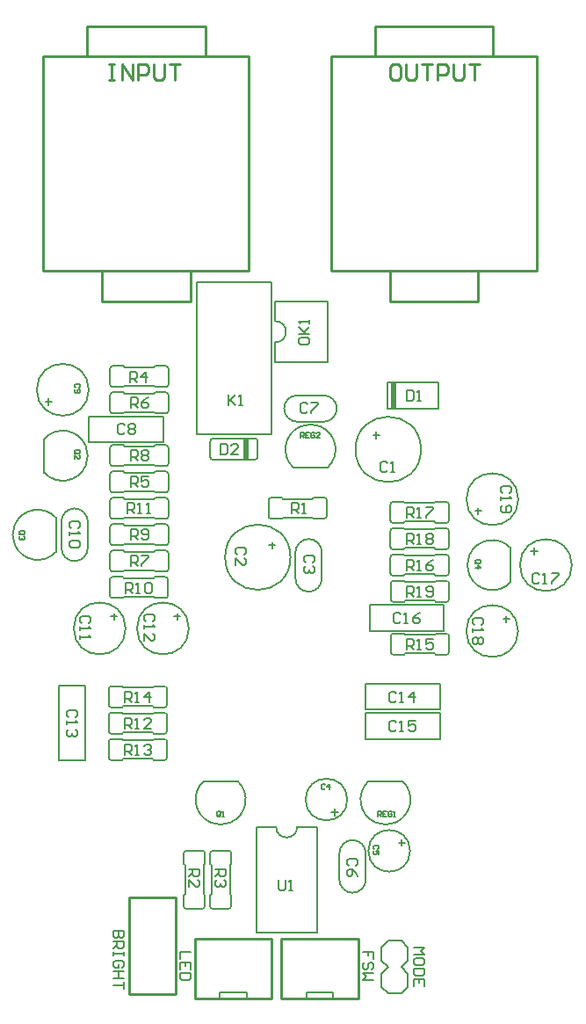
<source format=gto>
G04*
G04 #@! TF.GenerationSoftware,Altium Limited,Altium Designer,19.0.9 (268)*
G04*
G04 Layer_Color=65535*
%FSLAX25Y25*%
%MOIN*%
G70*
G01*
G75*
%ADD10C,0.00600*%
%ADD11C,0.01000*%
%ADD12C,0.00787*%
%ADD13C,0.00500*%
%ADD14C,0.00800*%
%ADD15R,0.02000X0.10000*%
%ADD16R,0.02000X0.08000*%
D10*
X75900Y35668D02*
G03*
X76900Y34668I1000J0D01*
G01*
X82900D02*
G03*
X83900Y35668I0J1000D01*
G01*
Y55794D02*
G03*
X82900Y56794I-1000J0D01*
G01*
X76900D02*
G03*
X75900Y55794I0J-1000D01*
G01*
X137955Y76100D02*
G03*
X137955Y76100I-7906J0D01*
G01*
X119011Y229400D02*
G03*
X114011Y224400I0J-5000D01*
G01*
D02*
G03*
X119011Y219400I5000J0D01*
G01*
X129011D02*
G03*
X134011Y224400I0J5000D01*
G01*
D02*
G03*
X129011Y229400I-5000J0D01*
G01*
X93900Y55794D02*
G03*
X92900Y56794I-1000J0D01*
G01*
X86900D02*
G03*
X85900Y55794I0J-1000D01*
G01*
Y35668D02*
G03*
X86900Y34668I1000J0D01*
G01*
X92900D02*
G03*
X93900Y35668I0J1000D01*
G01*
X202843Y190000D02*
G03*
X202843Y190000I-9843J0D01*
G01*
X184300Y161185D02*
G03*
X200000Y158579I8700J3816D01*
G01*
X184300Y168816D02*
G03*
X184300Y161184I8701J-3816D01*
G01*
X200000Y171421D02*
G03*
X184300Y168815I-7000J-6422D01*
G01*
X223154Y165000D02*
G03*
X223154Y165000I-9843J0D01*
G01*
X202775Y140000D02*
G03*
X202775Y140000I-9843J0D01*
G01*
X155339Y189000D02*
G03*
X154339Y188000I0J-1000D01*
G01*
Y182000D02*
G03*
X155339Y181000I1000J0D01*
G01*
X175465D02*
G03*
X176465Y182000I0J1000D01*
G01*
Y188000D02*
G03*
X175465Y189000I-1000J0D01*
G01*
X155337Y179000D02*
G03*
X154337Y178000I0J-1000D01*
G01*
Y172000D02*
G03*
X155337Y171000I1000J0D01*
G01*
X175463D02*
G03*
X176463Y172000I0J1000D01*
G01*
Y178000D02*
G03*
X175463Y179000I-1000J0D01*
G01*
X155339Y169000D02*
G03*
X154339Y168000I0J-1000D01*
G01*
Y162000D02*
G03*
X155339Y161000I1000J0D01*
G01*
X175465D02*
G03*
X176465Y162000I0J1000D01*
G01*
Y168000D02*
G03*
X175465Y169000I-1000J0D01*
G01*
X175563Y151000D02*
G03*
X176563Y152000I0J1000D01*
G01*
Y158000D02*
G03*
X175563Y159000I-1000J0D01*
G01*
X155437D02*
G03*
X154437Y158000I0J-1000D01*
G01*
Y152000D02*
G03*
X155437Y151000I1000J0D01*
G01*
X176563Y138000D02*
G03*
X175563Y139000I-1000J0D01*
G01*
Y131000D02*
G03*
X176563Y132000I0J1000D01*
G01*
X154437D02*
G03*
X155437Y131000I1000J0D01*
G01*
Y139000D02*
G03*
X154437Y138000I0J-1000D01*
G01*
X165902Y208875D02*
G03*
X165902Y208875I-12402J0D01*
G01*
X120174Y217596D02*
G03*
X117568Y201896I3816J-8700D01*
G01*
X127805Y217596D02*
G03*
X120173Y217596I-3816J-8701D01*
G01*
X130410Y201896D02*
G03*
X127804Y217596I-6422J7000D01*
G01*
X123292Y154902D02*
G03*
X128292Y159902I0J5000D01*
G01*
X118292D02*
G03*
X123292Y154902I5000J0D01*
G01*
Y174902D02*
G03*
X118292Y169902I0J-5000D01*
G01*
X128292D02*
G03*
X123292Y174902I-5000J0D01*
G01*
X109032Y190602D02*
G03*
X108032Y189602I0J-1000D01*
G01*
Y183602D02*
G03*
X109032Y182602I1000J0D01*
G01*
X129158D02*
G03*
X130158Y183602I0J1000D01*
G01*
Y189602D02*
G03*
X129158Y190602I-1000J0D01*
G01*
X116402Y167990D02*
G03*
X116402Y167990I-12402J0D01*
G01*
X11800Y172685D02*
G03*
X27500Y170079I8700J3816D01*
G01*
X11800Y180316D02*
G03*
X11800Y172684I8701J-3816D01*
G01*
X27500Y182921D02*
G03*
X11800Y180315I-7000J-6422D01*
G01*
X34500Y166500D02*
G03*
X39500Y171500I0J5000D01*
G01*
X29500D02*
G03*
X34500Y166500I5000J0D01*
G01*
Y186500D02*
G03*
X29500Y181500I0J-5000D01*
G01*
X39500D02*
G03*
X34500Y186500I-5000J0D01*
G01*
X39843Y231500D02*
G03*
X39843Y231500I-9843J0D01*
G01*
X38700Y210315D02*
G03*
X23000Y212921I-8700J-3816D01*
G01*
X38700Y202684D02*
G03*
X38700Y210316I-8701J3816D01*
G01*
X23000Y200079D02*
G03*
X38700Y202685I7000J6422D01*
G01*
X47937Y233500D02*
G03*
X48937Y232500I1000J0D01*
G01*
Y240500D02*
G03*
X47937Y239500I0J-1000D01*
G01*
X70063D02*
G03*
X69063Y240500I-1000J0D01*
G01*
Y232500D02*
G03*
X70063Y233500I0J1000D01*
G01*
X48937Y230500D02*
G03*
X47937Y229500I0J-1000D01*
G01*
Y223500D02*
G03*
X48937Y222500I1000J0D01*
G01*
X69063D02*
G03*
X70063Y223500I0J1000D01*
G01*
Y229500D02*
G03*
X69063Y230500I-1000J0D01*
G01*
Y202521D02*
G03*
X70063Y203521I0J1000D01*
G01*
Y209521D02*
G03*
X69063Y210521I-1000J0D01*
G01*
X48937D02*
G03*
X47937Y209521I0J-1000D01*
G01*
Y203521D02*
G03*
X48937Y202521I1000J0D01*
G01*
X47937Y193500D02*
G03*
X48937Y192500I1000J0D01*
G01*
Y200500D02*
G03*
X47937Y199500I0J-1000D01*
G01*
X70063D02*
G03*
X69063Y200500I-1000J0D01*
G01*
Y192500D02*
G03*
X70063Y193500I0J1000D01*
G01*
X69063Y182500D02*
G03*
X70063Y183500I0J1000D01*
G01*
Y189500D02*
G03*
X69063Y190500I-1000J0D01*
G01*
X48937D02*
G03*
X47937Y189500I0J-1000D01*
G01*
Y183500D02*
G03*
X48937Y182500I1000J0D01*
G01*
X69063Y172500D02*
G03*
X70063Y173500I0J1000D01*
G01*
Y179500D02*
G03*
X69063Y180500I-1000J0D01*
G01*
X48937D02*
G03*
X47937Y179500I0J-1000D01*
G01*
Y173500D02*
G03*
X48937Y172500I1000J0D01*
G01*
Y170500D02*
G03*
X47937Y169500I0J-1000D01*
G01*
Y163500D02*
G03*
X48937Y162500I1000J0D01*
G01*
X69063D02*
G03*
X70063Y163500I0J1000D01*
G01*
Y169500D02*
G03*
X69063Y170500I-1000J0D01*
G01*
X48837Y160500D02*
G03*
X47837Y159500I0J-1000D01*
G01*
Y153500D02*
G03*
X48837Y152500I1000J0D01*
G01*
X68963D02*
G03*
X69963Y153500I0J1000D01*
G01*
Y159500D02*
G03*
X68963Y160500I-1000J0D01*
G01*
X77843Y141000D02*
G03*
X77843Y141000I-9843J0D01*
G01*
X53843D02*
G03*
X53843Y141000I-9843J0D01*
G01*
X48437Y119000D02*
G03*
X47437Y118000I0J-1000D01*
G01*
Y112000D02*
G03*
X48437Y111000I1000J0D01*
G01*
X68563D02*
G03*
X69563Y112000I0J1000D01*
G01*
Y118000D02*
G03*
X68563Y119000I-1000J0D01*
G01*
X48437Y109000D02*
G03*
X47437Y108000I0J-1000D01*
G01*
Y102000D02*
G03*
X48437Y101000I1000J0D01*
G01*
X68563D02*
G03*
X69563Y102000I0J1000D01*
G01*
Y108000D02*
G03*
X68563Y109000I-1000J0D01*
G01*
Y91000D02*
G03*
X69563Y92000I0J1000D01*
G01*
Y98000D02*
G03*
X68563Y99000I-1000J0D01*
G01*
X48437D02*
G03*
X47437Y98000I0J-1000D01*
G01*
Y92000D02*
G03*
X48437Y91000I1000J0D01*
G01*
X83479Y83100D02*
G03*
X86085Y67400I6422J-7000D01*
G01*
X93715D02*
G03*
X96321Y83100I-3816J8700D01*
G01*
X86084Y67400D02*
G03*
X93716Y67400I3816J8701D01*
G01*
X146042Y83100D02*
G03*
X148648Y67400I6422J-7000D01*
G01*
X148647Y67400D02*
G03*
X156279Y67400I3816J8701D01*
G01*
X156278Y67400D02*
G03*
X158884Y83100I-3816J8700D01*
G01*
X110675Y249500D02*
G03*
X110675Y257500I0J4000D01*
G01*
X110946Y65728D02*
G03*
X118946Y65728I4000J0D01*
G01*
X161779Y56629D02*
G03*
X161779Y56629I-7906J0D01*
G01*
X87000Y213000D02*
G03*
X86000Y212000I0J-1000D01*
G01*
Y206000D02*
G03*
X87000Y205000I1000J0D01*
G01*
X103000D02*
G03*
X104000Y206000I0J1000D01*
G01*
Y212000D02*
G03*
X103000Y213000I-1000J0D01*
G01*
X134966Y45731D02*
G03*
X139966Y40731I5000J0D01*
G01*
D02*
G03*
X144966Y45731I0J5000D01*
G01*
Y55731D02*
G03*
X139966Y60731I-5000J0D01*
G01*
D02*
G03*
X134966Y55731I0J-5000D01*
G01*
X75900Y51794D02*
X76400Y51294D01*
X83400D02*
X83900Y51794D01*
X75900Y39668D02*
X76400Y40168D01*
X83400D02*
X83900Y39668D01*
X75900Y51794D02*
Y55794D01*
X83900Y51794D02*
Y55794D01*
X75900Y35668D02*
Y39668D01*
X83900Y35668D02*
Y39668D01*
X76400Y40168D02*
Y51294D01*
X83400Y40168D02*
Y51294D01*
X76900Y56794D02*
X82900D01*
X76900Y34668D02*
X82900D01*
X131917Y71300D02*
X134382Y71328D01*
X133134Y70042D02*
Y72542D01*
X119011Y229400D02*
X129011D01*
X119011Y219400D02*
X126511D01*
X129011D01*
X93400Y40168D02*
X93900Y39668D01*
X85900D02*
X86400Y40168D01*
X93400Y51294D02*
X93900Y51794D01*
X85900D02*
X86400Y51294D01*
X93900Y35668D02*
Y39668D01*
X85900Y35668D02*
Y39668D01*
X93900Y51794D02*
Y55794D01*
X85900Y51794D02*
Y55794D01*
X93400Y40168D02*
Y51294D01*
X86400Y40168D02*
Y51294D01*
X86900Y34668D02*
X92900D01*
X86900Y56794D02*
X92900D01*
X187600Y184200D02*
Y186800D01*
X186400Y185500D02*
X188900D01*
X200000Y158579D02*
Y171421D01*
X207511Y170400D02*
X210111D01*
X208811Y169100D02*
Y171600D01*
X198332Y143200D02*
Y145800D01*
X197032Y144500D02*
X199532D01*
X170965Y188500D02*
X171465Y189000D01*
X170965Y181500D02*
X171465Y181000D01*
X159339Y189000D02*
X159839Y188500D01*
X159339Y181000D02*
X159839Y181500D01*
X171465Y189000D02*
X175465D01*
X171465Y181000D02*
X175465D01*
X155339Y189000D02*
X159339D01*
X155339Y181000D02*
X159339D01*
X159839Y188500D02*
X170965D01*
X159839Y181500D02*
X170965D01*
X176465Y182000D02*
Y188000D01*
X154339Y182000D02*
Y188000D01*
X170963Y178500D02*
X171463Y179000D01*
X170963Y171500D02*
X171463Y171000D01*
X159337Y179000D02*
X159837Y178500D01*
X159337Y171000D02*
X159837Y171500D01*
X171463Y179000D02*
X175463D01*
X171463Y171000D02*
X175463D01*
X155337Y179000D02*
X159337D01*
X155337Y171000D02*
X159337D01*
X159837Y178500D02*
X170963D01*
X159837Y171500D02*
X170963D01*
X176463Y172000D02*
Y178000D01*
X154337Y172000D02*
Y178000D01*
X170965Y168500D02*
X171465Y169000D01*
X170965Y161500D02*
X171465Y161000D01*
X159339Y169000D02*
X159839Y168500D01*
X159339Y161000D02*
X159839Y161500D01*
X171465Y169000D02*
X175465D01*
X171465Y161000D02*
X175465D01*
X155339Y169000D02*
X159339D01*
X155339Y161000D02*
X159339D01*
X159839Y168500D02*
X170965D01*
X159839Y161500D02*
X170965D01*
X176465Y162000D02*
Y168000D01*
X154339Y162000D02*
Y168000D01*
X159437Y151000D02*
X159937Y151500D01*
X159437Y159000D02*
X159937Y158500D01*
X171063Y151500D02*
X171563Y151000D01*
X171063Y158500D02*
X171563Y159000D01*
X155437Y151000D02*
X159437D01*
X155437Y159000D02*
X159437D01*
X171563Y151000D02*
X175563D01*
X171563Y159000D02*
X175563D01*
X159937Y151500D02*
X171063D01*
X159937Y158500D02*
X171063D01*
X154437Y152000D02*
Y158000D01*
X176563Y152000D02*
Y158000D01*
X146394Y140118D02*
X174606D01*
Y149882D01*
X146394D02*
X174606D01*
X146394Y140118D02*
Y149882D01*
X154437Y132000D02*
Y138000D01*
X176563Y132000D02*
Y138000D01*
X159937Y131500D02*
X171063D01*
X159937Y138500D02*
X171063D01*
X155437Y131000D02*
X159437D01*
X155437Y139000D02*
X159437D01*
X171563Y131000D02*
X175563D01*
X171563Y139000D02*
X175563D01*
X159437Y131000D02*
X159937Y131500D01*
X159437Y139000D02*
X159937Y138500D01*
X171063Y131500D02*
X171563Y131000D01*
X171063Y138500D02*
X171563Y139000D01*
X144894Y110246D02*
X173106D01*
Y120010D01*
X144894D02*
X173106D01*
X144894Y110246D02*
Y120010D01*
Y108882D02*
X173106D01*
X144894Y99118D02*
Y108882D01*
Y99118D02*
X173106D01*
Y108882D01*
X149000Y212975D02*
Y215475D01*
X147700Y214275D02*
X150300D01*
X153150Y224285D02*
Y234285D01*
X172500Y224285D02*
Y234285D01*
X153150D02*
X157150D01*
X153200Y224285D02*
X172500D01*
X156550Y234285D02*
X172500D01*
X117568Y201896D02*
X130410D01*
X118292Y159902D02*
Y162402D01*
Y169902D01*
X128292Y159902D02*
Y169902D01*
X124658Y190102D02*
X125158Y190602D01*
X124658Y183102D02*
X125158Y182602D01*
X113032Y190602D02*
X113532Y190102D01*
X113032Y182602D02*
X113532Y183102D01*
X125158Y190602D02*
X129158D01*
X125158Y182602D02*
X129158D01*
X109032Y190602D02*
X113032D01*
X109032Y182602D02*
X113032D01*
X113532Y190102D02*
X124658D01*
X113532Y183102D02*
X124658D01*
X130158Y183602D02*
Y189602D01*
X108032Y183602D02*
Y189602D01*
X108100Y172490D02*
X110600D01*
X109400Y171190D02*
Y173790D01*
X27500Y170079D02*
Y182921D01*
X29500Y171500D02*
Y174000D01*
Y181500D01*
X39500Y171500D02*
Y181500D01*
X24600Y225700D02*
Y228300D01*
X23400Y227000D02*
X25900D01*
X23000Y200079D02*
Y212921D01*
X70063Y233500D02*
Y239500D01*
X47937Y233500D02*
Y239500D01*
X53437Y240000D02*
X64563D01*
X53437Y233000D02*
X64563D01*
X65063Y240500D02*
X69063D01*
X65063Y232500D02*
X69063D01*
X48937Y240500D02*
X52937D01*
X48937Y232500D02*
X52937D01*
X64563Y240000D02*
X65063Y240500D01*
X64563Y233000D02*
X65063Y232500D01*
X52937Y240500D02*
X53437Y240000D01*
X52937Y232500D02*
X53437Y233000D01*
X64563Y230000D02*
X65063Y230500D01*
X64563Y223000D02*
X65063Y222500D01*
X52937Y230500D02*
X53437Y230000D01*
X52937Y222500D02*
X53437Y223000D01*
X65063Y230500D02*
X69063D01*
X65063Y222500D02*
X69063D01*
X48937Y230500D02*
X52937D01*
X48937Y222500D02*
X52937D01*
X53437Y230000D02*
X64563D01*
X53437Y223000D02*
X64563D01*
X70063Y223500D02*
Y229500D01*
X47937Y223500D02*
Y229500D01*
X39894Y221382D02*
X68106D01*
X39894Y211618D02*
Y221382D01*
Y211618D02*
X68106D01*
Y221382D01*
X52937Y202521D02*
X53437Y203021D01*
X52937Y210521D02*
X53437Y210021D01*
X64563Y203021D02*
X65063Y202521D01*
X64563Y210021D02*
X65063Y210521D01*
X48937Y202521D02*
X52937D01*
X48937Y210521D02*
X52937D01*
X65063Y202521D02*
X69063D01*
X65063Y210521D02*
X69063D01*
X53437Y203021D02*
X64563D01*
X53437Y210021D02*
X64563D01*
X47937Y203521D02*
Y209521D01*
X70063Y203521D02*
Y209521D01*
Y193500D02*
Y199500D01*
X47937Y193500D02*
Y199500D01*
X53437Y200000D02*
X64563D01*
X53437Y193000D02*
X64563D01*
X65063Y200500D02*
X69063D01*
X65063Y192500D02*
X69063D01*
X48937Y200500D02*
X52937D01*
X48937Y192500D02*
X52937D01*
X64563Y200000D02*
X65063Y200500D01*
X64563Y193000D02*
X65063Y192500D01*
X52937Y200500D02*
X53437Y200000D01*
X52937Y192500D02*
X53437Y193000D01*
X52937Y182500D02*
X53437Y183000D01*
X52937Y190500D02*
X53437Y190000D01*
X64563Y183000D02*
X65063Y182500D01*
X64563Y190000D02*
X65063Y190500D01*
X48937Y182500D02*
X52937D01*
X48937Y190500D02*
X52937D01*
X65063Y182500D02*
X69063D01*
X65063Y190500D02*
X69063D01*
X53437Y183000D02*
X64563D01*
X53437Y190000D02*
X64563D01*
X47937Y183500D02*
Y189500D01*
X70063Y183500D02*
Y189500D01*
X52937Y172500D02*
X53437Y173000D01*
X52937Y180500D02*
X53437Y180000D01*
X64563Y173000D02*
X65063Y172500D01*
X64563Y180000D02*
X65063Y180500D01*
X48937Y172500D02*
X52937D01*
X48937Y180500D02*
X52937D01*
X65063Y172500D02*
X69063D01*
X65063Y180500D02*
X69063D01*
X53437Y173000D02*
X64563D01*
X53437Y180000D02*
X64563D01*
X47937Y173500D02*
Y179500D01*
X70063Y173500D02*
Y179500D01*
X64563Y170000D02*
X65063Y170500D01*
X64563Y163000D02*
X65063Y162500D01*
X52937Y170500D02*
X53437Y170000D01*
X52937Y162500D02*
X53437Y163000D01*
X65063Y170500D02*
X69063D01*
X65063Y162500D02*
X69063D01*
X48937Y170500D02*
X52937D01*
X48937Y162500D02*
X52937D01*
X53437Y170000D02*
X64563D01*
X53437Y163000D02*
X64563D01*
X70063Y163500D02*
Y169500D01*
X47937Y163500D02*
Y169500D01*
X64463Y160000D02*
X64963Y160500D01*
X64463Y153000D02*
X64963Y152500D01*
X52837Y160500D02*
X53337Y160000D01*
X52837Y152500D02*
X53337Y153000D01*
X64963Y160500D02*
X68963D01*
X64963Y152500D02*
X68963D01*
X48837Y160500D02*
X52837D01*
X48837Y152500D02*
X52837D01*
X53337Y160000D02*
X64463D01*
X53337Y153000D02*
X64463D01*
X69963Y153500D02*
Y159500D01*
X47837Y153500D02*
Y159500D01*
X73400Y144200D02*
Y146800D01*
X72100Y145500D02*
X74600D01*
X49400Y144200D02*
Y146800D01*
X48100Y145500D02*
X50600D01*
X28618Y91022D02*
Y119234D01*
Y91022D02*
X38382D01*
Y119234D01*
X28618D02*
X38382D01*
X64063Y118500D02*
X64563Y119000D01*
X64063Y111500D02*
X64563Y111000D01*
X52437Y119000D02*
X52937Y118500D01*
X52437Y111000D02*
X52937Y111500D01*
X64563Y119000D02*
X68563D01*
X64563Y111000D02*
X68563D01*
X48437Y119000D02*
X52437D01*
X48437Y111000D02*
X52437D01*
X52937Y118500D02*
X64063D01*
X52937Y111500D02*
X64063D01*
X69563Y112000D02*
Y118000D01*
X47437Y112000D02*
Y118000D01*
X64063Y108500D02*
X64563Y109000D01*
X64063Y101500D02*
X64563Y101000D01*
X52437Y109000D02*
X52937Y108500D01*
X52437Y101000D02*
X52937Y101500D01*
X64563Y109000D02*
X68563D01*
X64563Y101000D02*
X68563D01*
X48437Y109000D02*
X52437D01*
X48437Y101000D02*
X52437D01*
X52937Y108500D02*
X64063D01*
X52937Y101500D02*
X64063D01*
X69563Y102000D02*
Y108000D01*
X47437Y102000D02*
Y108000D01*
X52437Y91000D02*
X52937Y91500D01*
X52437Y99000D02*
X52937Y98500D01*
X64063Y91500D02*
X64563Y91000D01*
X64063Y98500D02*
X64563Y99000D01*
X48437Y91000D02*
X52437D01*
X48437Y99000D02*
X52437D01*
X64563Y91000D02*
X68563D01*
X64563Y99000D02*
X68563D01*
X52937Y91500D02*
X64063D01*
X52937Y98500D02*
X64063D01*
X47437Y92000D02*
Y98000D01*
X69563Y92000D02*
Y98000D01*
X83479Y83100D02*
X96321D01*
X146042D02*
X158884D01*
X110675Y257500D02*
Y265000D01*
Y242000D02*
Y249500D01*
X130675Y242000D02*
Y265000D01*
X110675Y242000D02*
X130675D01*
X110675Y265000D02*
X130675D01*
X126446Y25728D02*
Y65728D01*
X118946D02*
X126446D01*
X103446D02*
X110946D01*
X103446Y25728D02*
Y65728D01*
Y25728D02*
X126446D01*
X157431Y59714D02*
X159931D01*
X158645Y60962D02*
X158673Y58497D01*
X86000Y206000D02*
Y212000D01*
X87000Y213000D02*
X103000D01*
X87000Y205000D02*
X103000D01*
X104000Y206000D02*
Y212000D01*
X134966Y45731D02*
Y55731D01*
X144966Y45731D02*
Y53231D01*
Y55731D01*
X129533Y81766D02*
X129200Y82099D01*
X128533D01*
X128200Y81766D01*
Y80433D01*
X128533Y80100D01*
X129200D01*
X129533Y80433D01*
X131199Y80100D02*
Y82099D01*
X130199Y81100D01*
X131532D01*
X120300Y213311D02*
Y215310D01*
X121300D01*
X121633Y214977D01*
Y214310D01*
X121300Y213977D01*
X120300D01*
X120966D02*
X121633Y213311D01*
X123632Y215310D02*
X122299D01*
Y213311D01*
X123632D01*
X122299Y214310D02*
X122966D01*
X125632Y214977D02*
X125298Y215310D01*
X124632D01*
X124299Y214977D01*
Y213644D01*
X124632Y213311D01*
X125298D01*
X125632Y213644D01*
Y214310D01*
X124965D01*
X127631Y213311D02*
X126298D01*
X127631Y214644D01*
Y214977D01*
X127298Y215310D01*
X126631D01*
X126298Y214977D01*
X186833Y165667D02*
X188166D01*
X188499Y166000D01*
Y166667D01*
X188166Y167000D01*
X186833D01*
X186500Y166667D01*
Y166000D01*
X187167Y166333D02*
X186500Y165667D01*
Y166000D02*
X186833Y165667D01*
X186500Y164001D02*
X188499D01*
X187500Y165001D01*
Y163668D01*
X13833Y176663D02*
X15166D01*
X15499Y176996D01*
Y177662D01*
X15166Y177996D01*
X13833D01*
X13500Y177662D01*
Y176996D01*
X14166Y177329D02*
X13500Y176663D01*
Y176996D02*
X13833Y176663D01*
X15166Y175996D02*
X15499Y175663D01*
Y174996D01*
X15166Y174663D01*
X14833D01*
X14500Y174996D01*
Y175330D01*
Y174996D01*
X14166Y174663D01*
X13833D01*
X13500Y174996D01*
Y175663D01*
X13833Y175996D01*
X34833Y207167D02*
X36166D01*
X36499Y207500D01*
Y208167D01*
X36166Y208500D01*
X34833D01*
X34500Y208167D01*
Y207500D01*
X35166Y207834D02*
X34500Y207167D01*
Y207500D02*
X34833Y207167D01*
X34500Y205168D02*
Y206501D01*
X35833Y205168D01*
X36166D01*
X36499Y205501D01*
Y206167D01*
X36166Y206501D01*
Y232405D02*
X36499Y232738D01*
Y233405D01*
X36166Y233738D01*
X34833D01*
X34500Y233405D01*
Y232738D01*
X34833Y232405D01*
Y231739D02*
X34500Y231405D01*
Y230739D01*
X34833Y230406D01*
X36166D01*
X36499Y230739D01*
Y231405D01*
X36166Y231739D01*
X35833D01*
X35500Y231405D01*
Y230406D01*
X89902Y69933D02*
Y71266D01*
X89568Y71599D01*
X88902D01*
X88569Y71266D01*
Y69933D01*
X88902Y69600D01*
X89568D01*
X89235Y70266D02*
X89902Y69600D01*
X89568D02*
X89902Y69933D01*
X90568Y69600D02*
X91234D01*
X90901D01*
Y71599D01*
X90568Y71266D01*
X149447Y69767D02*
Y71766D01*
X150447D01*
X150780Y71433D01*
Y70767D01*
X150447Y70433D01*
X149447D01*
X150114D02*
X150780Y69767D01*
X152780Y71766D02*
X151447D01*
Y69767D01*
X152780D01*
X151447Y70767D02*
X152113D01*
X154779Y71433D02*
X154446Y71766D01*
X153779D01*
X153446Y71433D01*
Y70100D01*
X153779Y69767D01*
X154446D01*
X154779Y70100D01*
Y70767D01*
X154113D01*
X155445Y69767D02*
X156112D01*
X155779D01*
Y71766D01*
X155445Y71433D01*
X149539Y57356D02*
X149872Y57689D01*
Y58356D01*
X149539Y58689D01*
X148206D01*
X147873Y58356D01*
Y57689D01*
X148206Y57356D01*
X149872Y55357D02*
Y56690D01*
X148873D01*
X149206Y56023D01*
Y55690D01*
X148873Y55357D01*
X148206D01*
X147873Y55690D01*
Y56357D01*
X148206Y56690D01*
D11*
X72758Y2421D02*
Y39035D01*
X55042D02*
X72758D01*
X55042Y2421D02*
Y39035D01*
Y2421D02*
X72758D01*
X131860Y357848D02*
X148419D01*
Y369462D01*
Y357848D02*
X193301D01*
X148419Y369462D02*
X193301D01*
Y357848D02*
Y369462D01*
Y357848D02*
X209860D01*
Y276746D02*
Y357848D01*
X187592Y276746D02*
X209860D01*
X154128D02*
X187592D01*
Y264935D02*
Y276746D01*
X154128Y264935D02*
X187592D01*
X154128D02*
Y276746D01*
X131860D02*
X154128D01*
X131860D02*
Y357848D01*
X22641D02*
X39200D01*
Y369462D01*
Y357848D02*
X84082D01*
X39200Y369462D02*
X84082D01*
Y357848D02*
Y369462D01*
Y357848D02*
X100641D01*
Y276746D02*
Y357848D01*
X78373Y276746D02*
X100641D01*
X44909D02*
X78373D01*
Y264935D02*
Y276746D01*
X44909Y264935D02*
X78373D01*
X44909D02*
Y276746D01*
X22641D02*
X44909D01*
X22641D02*
Y357848D01*
X109319Y718D02*
Y23356D01*
X80185Y718D02*
X109319D01*
X80185D02*
Y23356D01*
X109319D01*
X142064Y783D02*
Y23422D01*
X112930D02*
X142064D01*
X112930Y783D02*
X142064D01*
X112930D02*
Y23422D01*
X157359Y355098D02*
X155360D01*
X154360Y354098D01*
Y350100D01*
X155360Y349100D01*
X157359D01*
X158359Y350100D01*
Y354098D01*
X157359Y355098D01*
X160358D02*
Y350100D01*
X161358Y349100D01*
X163357D01*
X164357Y350100D01*
Y355098D01*
X166356D02*
X170355D01*
X168356D01*
Y349100D01*
X172354D02*
Y355098D01*
X175353D01*
X176353Y354098D01*
Y352099D01*
X175353Y351099D01*
X172354D01*
X178352Y355098D02*
Y350100D01*
X179352Y349100D01*
X181351D01*
X182351Y350100D01*
Y355098D01*
X184350D02*
X188349D01*
X186350D01*
Y349100D01*
X47641Y355098D02*
X49640D01*
X48641D01*
Y349100D01*
X47641D01*
X49640D01*
X52639D02*
Y355098D01*
X56638Y349100D01*
Y355098D01*
X58637Y349100D02*
Y355098D01*
X61637D01*
X62636Y354098D01*
Y352099D01*
X61637Y351099D01*
X58637D01*
X64635Y355098D02*
Y350100D01*
X65635Y349100D01*
X67634D01*
X68634Y350100D01*
Y355098D01*
X70634D02*
X74632D01*
X72633D01*
Y349100D01*
D12*
X89634Y945D02*
Y2913D01*
X99870D01*
Y945D02*
Y2913D01*
X122379Y2978D02*
X132615D01*
Y1010D02*
Y2978D01*
X122379Y1010D02*
Y2978D01*
D13*
X150917Y15000D02*
Y20000D01*
X160917Y15000D02*
Y20000D01*
X150917Y5000D02*
Y10000D01*
X160917Y5000D02*
Y10000D01*
X153417Y22500D02*
X158417D01*
X153417Y2500D02*
X158417D01*
X150917Y20000D02*
X153417Y22500D01*
X158417D02*
X160917Y20000D01*
X150917Y10000D02*
X153417Y12500D01*
X150917Y5000D02*
X153417Y2500D01*
X158417Y12500D02*
X160917Y15000D01*
X158417Y2500D02*
X160917Y5000D01*
X158417Y12500D02*
X160917Y10000D01*
X150917Y15000D02*
X153417Y12500D01*
D14*
X80827Y214484D02*
Y272358D01*
Y214484D02*
X109173D01*
Y272358D01*
X80827D02*
X109173D01*
X53299Y26300D02*
X49300D01*
Y24301D01*
X49966Y23634D01*
X50633D01*
X51299Y24301D01*
Y26300D01*
Y24301D01*
X51966Y23634D01*
X52632D01*
X53299Y24301D01*
Y26300D01*
X49300Y22301D02*
X53299D01*
Y20302D01*
X52632Y19636D01*
X51299D01*
X50633Y20302D01*
Y22301D01*
Y20968D02*
X49300Y19636D01*
X53299Y18303D02*
Y16970D01*
Y17636D01*
X49300D01*
Y18303D01*
Y16970D01*
X52632Y12304D02*
X53299Y12971D01*
Y14304D01*
X52632Y14970D01*
X49966D01*
X49300Y14304D01*
Y12971D01*
X49966Y12304D01*
X51299D01*
Y13637D01*
X53299Y10972D02*
X49300D01*
X51299D01*
Y8306D01*
X53299D01*
X49300D01*
X53299Y6973D02*
Y4307D01*
Y5640D01*
X49300D01*
X122966Y225932D02*
X122299Y226599D01*
X120966D01*
X120300Y225932D01*
Y223266D01*
X120966Y222600D01*
X122299D01*
X122966Y223266D01*
X124299Y226599D02*
X126964D01*
Y225932D01*
X124299Y223266D01*
Y222600D01*
X77884Y49631D02*
X81883D01*
Y47632D01*
X81216Y46965D01*
X79883D01*
X79217Y47632D01*
Y49631D01*
Y48298D02*
X77884Y46965D01*
Y42967D02*
Y45632D01*
X80550Y42967D01*
X81216D01*
X81883Y43633D01*
Y44966D01*
X81216Y45632D01*
X78499Y18177D02*
X74500D01*
Y15511D01*
X78499Y11512D02*
Y14178D01*
X74500D01*
Y11512D01*
X76499Y14178D02*
Y12845D01*
X78499Y10179D02*
X74500D01*
Y8180D01*
X75166Y7514D01*
X77832D01*
X78499Y8180D01*
Y10179D01*
X160500Y153000D02*
Y156999D01*
X162499D01*
X163166Y156332D01*
Y154999D01*
X162499Y154333D01*
X160500D01*
X161833D02*
X163166Y153000D01*
X164499D02*
X165832D01*
X165165D01*
Y156999D01*
X164499Y156332D01*
X167831Y153666D02*
X168497Y153000D01*
X169830D01*
X170497Y153666D01*
Y156332D01*
X169830Y156999D01*
X168497D01*
X167831Y156332D01*
Y155666D01*
X168497Y154999D01*
X170497D01*
X160500Y173000D02*
Y176999D01*
X162499D01*
X163166Y176332D01*
Y174999D01*
X162499Y174333D01*
X160500D01*
X161833D02*
X163166Y173000D01*
X164499D02*
X165832D01*
X165165D01*
Y176999D01*
X164499Y176332D01*
X167831D02*
X168497Y176999D01*
X169830D01*
X170497Y176332D01*
Y175666D01*
X169830Y174999D01*
X170497Y174333D01*
Y173667D01*
X169830Y173000D01*
X168497D01*
X167831Y173667D01*
Y174333D01*
X168497Y174999D01*
X167831Y175666D01*
Y176332D01*
X168497Y174999D02*
X169830D01*
X160500Y183000D02*
Y186999D01*
X162499D01*
X163166Y186332D01*
Y184999D01*
X162499Y184333D01*
X160500D01*
X161833D02*
X163166Y183000D01*
X164499D02*
X165832D01*
X165165D01*
Y186999D01*
X164499Y186332D01*
X167831Y186999D02*
X170497D01*
Y186332D01*
X167831Y183667D01*
Y183000D01*
X160500Y163000D02*
Y166999D01*
X162499D01*
X163166Y166332D01*
Y164999D01*
X162499Y164333D01*
X160500D01*
X161833D02*
X163166Y163000D01*
X164499D02*
X165832D01*
X165165D01*
Y166999D01*
X164499Y166332D01*
X170497Y166999D02*
X169164Y166332D01*
X167831Y164999D01*
Y163666D01*
X168497Y163000D01*
X169830D01*
X170497Y163666D01*
Y164333D01*
X169830Y164999D01*
X167831D01*
X160500Y133000D02*
Y136999D01*
X162499D01*
X163166Y136332D01*
Y134999D01*
X162499Y134333D01*
X160500D01*
X161833D02*
X163166Y133000D01*
X164499D02*
X165832D01*
X165165D01*
Y136999D01*
X164499Y136332D01*
X170497Y136999D02*
X167831D01*
Y134999D01*
X169164Y135666D01*
X169830D01*
X170497Y134999D01*
Y133667D01*
X169830Y133000D01*
X168497D01*
X167831Y133667D01*
X53500Y113000D02*
Y116999D01*
X55499D01*
X56166Y116332D01*
Y114999D01*
X55499Y114333D01*
X53500D01*
X54833D02*
X56166Y113000D01*
X57499D02*
X58832D01*
X58165D01*
Y116999D01*
X57499Y116332D01*
X62830Y113000D02*
Y116999D01*
X60831Y114999D01*
X63497D01*
X53500Y92885D02*
Y96884D01*
X55499D01*
X56166Y96217D01*
Y94884D01*
X55499Y94218D01*
X53500D01*
X54833D02*
X56166Y92885D01*
X57499D02*
X58832D01*
X58165D01*
Y96884D01*
X57499Y96217D01*
X60831D02*
X61497Y96884D01*
X62830D01*
X63497Y96217D01*
Y95551D01*
X62830Y94884D01*
X62164D01*
X62830D01*
X63497Y94218D01*
Y93551D01*
X62830Y92885D01*
X61497D01*
X60831Y93551D01*
X53500Y103000D02*
Y106999D01*
X55499D01*
X56166Y106332D01*
Y104999D01*
X55499Y104333D01*
X53500D01*
X54833D02*
X56166Y103000D01*
X57499D02*
X58832D01*
X58165D01*
Y106999D01*
X57499Y106332D01*
X63497Y103000D02*
X60831D01*
X63497Y105666D01*
Y106332D01*
X62830Y106999D01*
X61497D01*
X60831Y106332D01*
X54647Y184500D02*
Y188499D01*
X56647D01*
X57313Y187832D01*
Y186499D01*
X56647Y185833D01*
X54647D01*
X55980D02*
X57313Y184500D01*
X58646D02*
X59979D01*
X59313D01*
Y188499D01*
X58646Y187832D01*
X61978Y184500D02*
X63311D01*
X62645D01*
Y188499D01*
X61978Y187832D01*
X53750Y154400D02*
Y158399D01*
X55749D01*
X56416Y157732D01*
Y156399D01*
X55749Y155733D01*
X53750D01*
X55083D02*
X56416Y154400D01*
X57749D02*
X59082D01*
X58415D01*
Y158399D01*
X57749Y157732D01*
X61081D02*
X61747Y158399D01*
X63080D01*
X63747Y157732D01*
Y155067D01*
X63080Y154400D01*
X61747D01*
X61081Y155067D01*
Y157732D01*
X55917Y174500D02*
Y178499D01*
X57916D01*
X58582Y177832D01*
Y176499D01*
X57916Y175833D01*
X55917D01*
X57249D02*
X58582Y174500D01*
X59915Y175166D02*
X60582Y174500D01*
X61915D01*
X62581Y175166D01*
Y177832D01*
X61915Y178499D01*
X60582D01*
X59915Y177832D01*
Y177166D01*
X60582Y176499D01*
X62581D01*
X56000Y204500D02*
Y208499D01*
X57999D01*
X58666Y207832D01*
Y206499D01*
X57999Y205833D01*
X56000D01*
X57333D02*
X58666Y204500D01*
X59999Y207832D02*
X60665Y208499D01*
X61998D01*
X62665Y207832D01*
Y207166D01*
X61998Y206499D01*
X62665Y205833D01*
Y205166D01*
X61998Y204500D01*
X60665D01*
X59999Y205166D01*
Y205833D01*
X60665Y206499D01*
X59999Y207166D01*
Y207832D01*
X60665Y206499D02*
X61998D01*
X56000Y164500D02*
Y168499D01*
X57999D01*
X58666Y167832D01*
Y166499D01*
X57999Y165833D01*
X56000D01*
X57333D02*
X58666Y164500D01*
X59999Y168499D02*
X62665D01*
Y167832D01*
X59999Y165166D01*
Y164500D01*
X55917Y224500D02*
Y228499D01*
X57916D01*
X58582Y227832D01*
Y226499D01*
X57916Y225833D01*
X55917D01*
X57249D02*
X58582Y224500D01*
X62581Y228499D02*
X61248Y227832D01*
X59915Y226499D01*
Y225166D01*
X60582Y224500D01*
X61915D01*
X62581Y225166D01*
Y225833D01*
X61915Y226499D01*
X59915D01*
X55917Y194500D02*
Y198499D01*
X57916D01*
X58582Y197832D01*
Y196499D01*
X57916Y195833D01*
X55917D01*
X57249D02*
X58582Y194500D01*
X62581Y198499D02*
X59915D01*
Y196499D01*
X61248Y197166D01*
X61915D01*
X62581Y196499D01*
Y195167D01*
X61915Y194500D01*
X60582D01*
X59915Y195167D01*
X55500Y234385D02*
Y238384D01*
X57499D01*
X58166Y237717D01*
Y236384D01*
X57499Y235718D01*
X55500D01*
X56833D02*
X58166Y234385D01*
X61498D02*
Y238384D01*
X59499Y236384D01*
X62164D01*
X117000Y184500D02*
Y188499D01*
X118999D01*
X119666Y187832D01*
Y186499D01*
X118999Y185833D01*
X117000D01*
X118333D02*
X119666Y184500D01*
X120999D02*
X122332D01*
X121665D01*
Y188499D01*
X120999Y187832D01*
X160500Y231273D02*
Y227274D01*
X162499D01*
X163166Y227941D01*
Y230606D01*
X162499Y231273D01*
X160500D01*
X164499Y227274D02*
X165832D01*
X165165D01*
Y231273D01*
X164499Y230606D01*
X199522Y192334D02*
X200188Y193001D01*
Y194334D01*
X199522Y195000D01*
X196856D01*
X196189Y194334D01*
Y193001D01*
X196856Y192334D01*
X196189Y191001D02*
Y189668D01*
Y190335D01*
X200188D01*
X199522Y191001D01*
X196856Y187669D02*
X196189Y187003D01*
Y185670D01*
X196856Y185003D01*
X199522D01*
X200188Y185670D01*
Y187003D01*
X199522Y187669D01*
X198855D01*
X198189Y187003D01*
Y185003D01*
X188932Y142334D02*
X189599Y143001D01*
Y144334D01*
X188932Y145000D01*
X186267D01*
X185600Y144334D01*
Y143001D01*
X186267Y142334D01*
X185600Y141001D02*
Y139668D01*
Y140335D01*
X189599D01*
X188932Y141001D01*
Y137669D02*
X189599Y137003D01*
Y135670D01*
X188932Y135003D01*
X188266D01*
X187599Y135670D01*
X186933Y135003D01*
X186267D01*
X185600Y135670D01*
Y137003D01*
X186267Y137669D01*
X186933D01*
X187599Y137003D01*
X188266Y137669D01*
X188932D01*
X187599Y137003D02*
Y135670D01*
X210977Y161168D02*
X210310Y161835D01*
X208977D01*
X208311Y161168D01*
Y158502D01*
X208977Y157836D01*
X210310D01*
X210977Y158502D01*
X212309Y157836D02*
X213642D01*
X212976D01*
Y161835D01*
X212309Y161168D01*
X215642Y161835D02*
X218307D01*
Y161168D01*
X215642Y158502D01*
Y157836D01*
X158103Y146332D02*
X157436Y146999D01*
X156103D01*
X155437Y146332D01*
Y143667D01*
X156103Y143000D01*
X157436D01*
X158103Y143667D01*
X159436Y143000D02*
X160769D01*
X160102D01*
Y146999D01*
X159436Y146332D01*
X165434Y146999D02*
X164101Y146332D01*
X162768Y144999D01*
Y143667D01*
X163434Y143000D01*
X164767D01*
X165434Y143667D01*
Y144333D01*
X164767Y144999D01*
X162768D01*
X156666Y105332D02*
X155999Y105999D01*
X154666D01*
X154000Y105332D01*
Y102666D01*
X154666Y102000D01*
X155999D01*
X156666Y102666D01*
X157999Y102000D02*
X159332D01*
X158665D01*
Y105999D01*
X157999Y105332D01*
X163997Y105999D02*
X161331D01*
Y103999D01*
X162664Y104666D01*
X163330D01*
X163997Y103999D01*
Y102666D01*
X163330Y102000D01*
X161997D01*
X161331Y102666D01*
X156539Y116332D02*
X155872Y116999D01*
X154540D01*
X153873Y116332D01*
Y113666D01*
X154540Y113000D01*
X155872D01*
X156539Y113666D01*
X157872Y113000D02*
X159205D01*
X158538D01*
Y116999D01*
X157872Y116332D01*
X163203Y113000D02*
Y116999D01*
X161204Y114999D01*
X163870D01*
X34832Y107334D02*
X35499Y108001D01*
Y109334D01*
X34832Y110000D01*
X32166D01*
X31500Y109334D01*
Y108001D01*
X32166Y107334D01*
X31500Y106001D02*
Y104668D01*
Y105335D01*
X35499D01*
X34832Y106001D01*
Y102669D02*
X35499Y102003D01*
Y100670D01*
X34832Y100003D01*
X34166D01*
X33499Y100670D01*
Y101336D01*
Y100670D01*
X32833Y100003D01*
X32166D01*
X31500Y100670D01*
Y102003D01*
X32166Y102669D01*
X64232Y143634D02*
X64899Y144301D01*
Y145633D01*
X64232Y146300D01*
X61566D01*
X60900Y145633D01*
Y144301D01*
X61566Y143634D01*
X60900Y142301D02*
Y140968D01*
Y141635D01*
X64899D01*
X64232Y142301D01*
X60900Y136303D02*
Y138969D01*
X63566Y136303D01*
X64232D01*
X64899Y136970D01*
Y138303D01*
X64232Y138969D01*
X35832Y178834D02*
X36499Y179501D01*
Y180833D01*
X35832Y181500D01*
X33166D01*
X32500Y180833D01*
Y179501D01*
X33166Y178834D01*
X32500Y177501D02*
Y176168D01*
Y176835D01*
X36499D01*
X35832Y177501D01*
Y174169D02*
X36499Y173503D01*
Y172170D01*
X35832Y171503D01*
X33166D01*
X32500Y172170D01*
Y173503D01*
X33166Y174169D01*
X35832D01*
X39932Y142834D02*
X40599Y143501D01*
Y144834D01*
X39932Y145500D01*
X37266D01*
X36600Y144834D01*
Y143501D01*
X37266Y142834D01*
X36600Y141501D02*
Y140168D01*
Y140835D01*
X40599D01*
X39932Y141501D01*
X36600Y138169D02*
Y136836D01*
Y137503D01*
X40599D01*
X39932Y138169D01*
X53666Y217832D02*
X52999Y218499D01*
X51666D01*
X51000Y217832D01*
Y215166D01*
X51666Y214500D01*
X52999D01*
X53666Y215166D01*
X54999Y217832D02*
X55665Y218499D01*
X56998D01*
X57665Y217832D01*
Y217166D01*
X56998Y216499D01*
X57665Y215833D01*
Y215166D01*
X56998Y214500D01*
X55665D01*
X54999Y215166D01*
Y215833D01*
X55665Y216499D01*
X54999Y217166D01*
Y217832D01*
X55665Y216499D02*
X56998D01*
X124832Y165834D02*
X125499Y166501D01*
Y167833D01*
X124832Y168500D01*
X122167D01*
X121500Y167833D01*
Y166501D01*
X122167Y165834D01*
X124832Y164501D02*
X125499Y163835D01*
Y162502D01*
X124832Y161836D01*
X124166D01*
X123499Y162502D01*
Y163168D01*
Y162502D01*
X122833Y161836D01*
X122167D01*
X121500Y162502D01*
Y163835D01*
X122167Y164501D01*
X98832Y168834D02*
X99499Y169501D01*
Y170834D01*
X98832Y171500D01*
X96166D01*
X95500Y170834D01*
Y169501D01*
X96166Y168834D01*
X95500Y164836D02*
Y167501D01*
X98166Y164836D01*
X98832D01*
X99499Y165502D01*
Y166835D01*
X98832Y167501D01*
X153166Y203532D02*
X152499Y204199D01*
X151166D01*
X150500Y203532D01*
Y200867D01*
X151166Y200200D01*
X152499D01*
X153166Y200867D01*
X154499Y200200D02*
X155832D01*
X155165D01*
Y204199D01*
X154499Y203532D01*
X163100Y19900D02*
X167099D01*
X165766Y18567D01*
X167099Y17234D01*
X163100D01*
X167099Y13902D02*
Y15235D01*
X166432Y15901D01*
X163767D01*
X163100Y15235D01*
Y13902D01*
X163767Y13236D01*
X166432D01*
X167099Y13902D01*
Y11903D02*
X163100D01*
Y9903D01*
X163767Y9237D01*
X166432D01*
X167099Y9903D01*
Y11903D01*
Y5238D02*
Y7904D01*
X163100D01*
Y5238D01*
X165099Y7904D02*
Y6571D01*
X92750Y229499D02*
Y225500D01*
Y226833D01*
X95416Y229499D01*
X93416Y227499D01*
X95416Y225500D01*
X96749D02*
X98082D01*
X97415D01*
Y229499D01*
X96749Y228832D01*
X119676Y250499D02*
Y249166D01*
X120342Y248500D01*
X123008D01*
X123674Y249166D01*
Y250499D01*
X123008Y251166D01*
X120342D01*
X119676Y250499D01*
Y252499D02*
X123674D01*
X122342D01*
X119676Y255165D01*
X121675Y253165D01*
X123674Y255165D01*
Y256497D02*
Y257830D01*
Y257164D01*
X119676D01*
X120342Y256497D01*
X112000Y45499D02*
Y42166D01*
X112666Y41500D01*
X113999D01*
X114666Y42166D01*
Y45499D01*
X115999Y41500D02*
X117332D01*
X116665D01*
Y45499D01*
X115999Y44832D01*
X147699Y15534D02*
Y18200D01*
X145699D01*
Y16867D01*
Y18200D01*
X143700D01*
X147032Y11535D02*
X147699Y12202D01*
Y13535D01*
X147032Y14201D01*
X146366D01*
X145699Y13535D01*
Y12202D01*
X145033Y11535D01*
X144367D01*
X143700Y12202D01*
Y13535D01*
X144367Y14201D01*
X147699Y10203D02*
X143700D01*
X145033Y8870D01*
X143700Y7537D01*
X147699D01*
X87987Y49731D02*
X91985D01*
Y47732D01*
X91319Y47065D01*
X89986D01*
X89320Y47732D01*
Y49731D01*
Y48398D02*
X87987Y47065D01*
X91319Y45733D02*
X91985Y45066D01*
Y43733D01*
X91319Y43067D01*
X90653D01*
X89986Y43733D01*
Y44400D01*
Y43733D01*
X89320Y43067D01*
X88653D01*
X87987Y43733D01*
Y45066D01*
X88653Y45733D01*
X89750Y210999D02*
Y207000D01*
X91749D01*
X92416Y207666D01*
Y210332D01*
X91749Y210999D01*
X89750D01*
X96415Y207000D02*
X93749D01*
X96415Y209666D01*
Y210332D01*
X95748Y210999D01*
X94415D01*
X93749Y210332D01*
X141298Y51065D02*
X141965Y51732D01*
Y53065D01*
X141298Y53731D01*
X138632D01*
X137966Y53065D01*
Y51732D01*
X138632Y51065D01*
X141965Y47067D02*
X141298Y48400D01*
X139965Y49733D01*
X138632D01*
X137966Y49066D01*
Y47733D01*
X138632Y47067D01*
X139299D01*
X139965Y47733D01*
Y49733D01*
D15*
X155650Y229285D02*
D03*
D16*
X99500Y209000D02*
D03*
M02*

</source>
